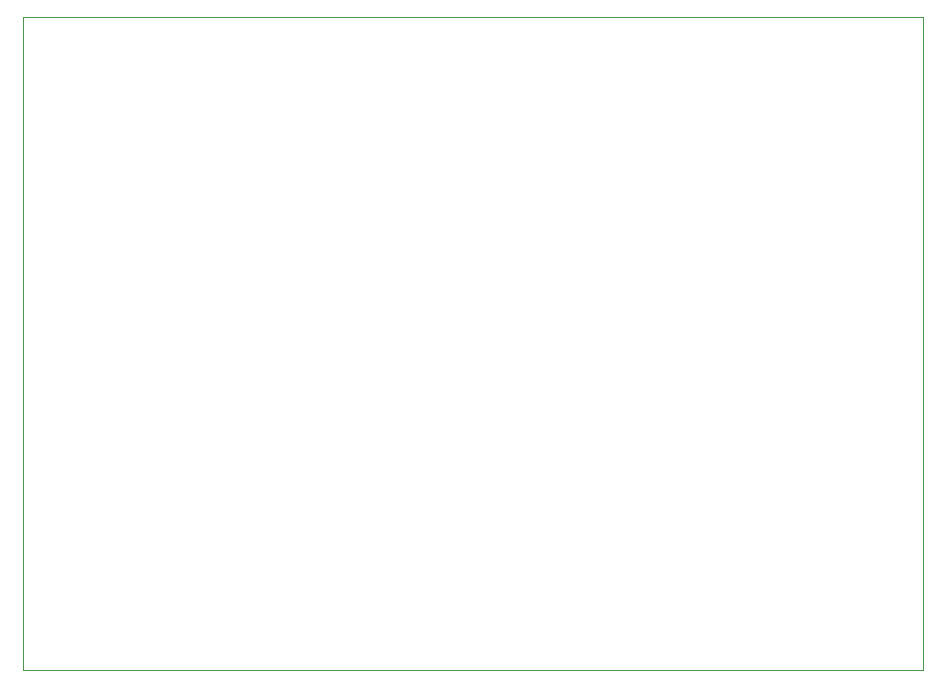
<source format=gm1>
%TF.GenerationSoftware,KiCad,Pcbnew,7.0.7*%
%TF.CreationDate,2024-07-07T09:26:09+01:00*%
%TF.ProjectId,PCB,5043422e-6b69-4636-9164-5f7063625858,rev?*%
%TF.SameCoordinates,Original*%
%TF.FileFunction,Profile,NP*%
%FSLAX46Y46*%
G04 Gerber Fmt 4.6, Leading zero omitted, Abs format (unit mm)*
G04 Created by KiCad (PCBNEW 7.0.7) date 2024-07-07 09:26:09*
%MOMM*%
%LPD*%
G01*
G04 APERTURE LIST*
%TA.AperFunction,Profile*%
%ADD10C,0.100000*%
%TD*%
G04 APERTURE END LIST*
D10*
X172720000Y-76758800D02*
X172720000Y-132080000D01*
X96520000Y-76809600D02*
X172720000Y-76758800D01*
X172720000Y-132080000D02*
X96520000Y-132080000D01*
X96520000Y-76809600D02*
X96520000Y-132080000D01*
M02*

</source>
